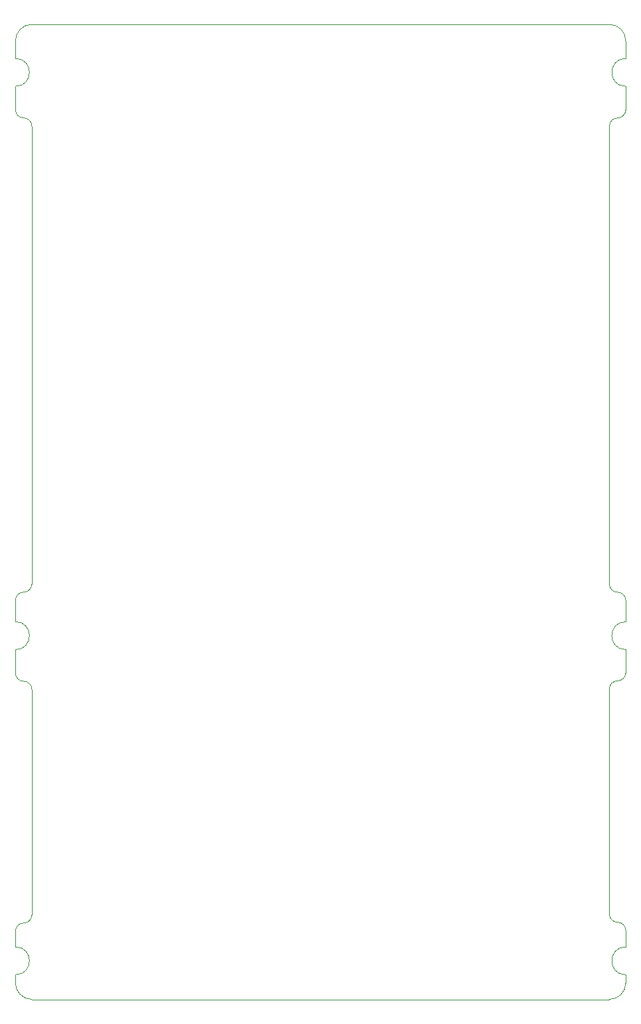
<source format=gbr>
G04 #@! TF.GenerationSoftware,KiCad,Pcbnew,(5.1.5)-3*
G04 #@! TF.CreationDate,2020-06-06T15:28:50+08:00*
G04 #@! TF.ProjectId,fpga_collector,66706761-5f63-46f6-9c6c-6563746f722e,rev?*
G04 #@! TF.SameCoordinates,PX2142678PY97284a0*
G04 #@! TF.FileFunction,Profile,NP*
%FSLAX46Y46*%
G04 Gerber Fmt 4.6, Leading zero omitted, Abs format (unit mm)*
G04 Created by KiCad (PCBNEW (5.1.5)-3) date 2020-06-06 15:28:50*
%MOMM*%
%LPD*%
G04 APERTURE LIST*
G04 #@! TA.AperFunction,Profile*
%ADD10C,0.050000*%
G04 #@! TD*
G04 APERTURE END LIST*
D10*
X125000Y3400000D02*
X125000Y2400000D01*
X74525000Y3400000D02*
X74525000Y2400000D01*
X125000Y111600000D02*
X125000Y108750000D01*
X125000Y115000000D02*
X125000Y115000000D01*
X125000Y46400000D02*
X125000Y49000000D01*
X125000Y6800000D02*
X125000Y8700000D01*
X125000Y114998528D02*
G75*
G02X125000Y111601472I0J-1698528D01*
G01*
X125000Y46398528D02*
G75*
G02X125000Y43001472I0J-1698528D01*
G01*
X125000Y6800000D02*
G75*
G02X125000Y3400000I0J-1700000D01*
G01*
X74525000Y111600000D02*
X74525000Y108750000D01*
X74525000Y111601472D02*
G75*
G02X74525000Y114998528I0J1698528D01*
G01*
X74525000Y6797056D02*
X74525000Y8800000D01*
X74525000Y3400000D02*
G75*
G02X74525000Y6797056I0J1698528D01*
G01*
X74525000Y46400000D02*
X74525000Y49000000D01*
X74525000Y43000000D02*
G75*
G02X74525000Y46397056I0J1698528D01*
G01*
X72525000Y51000000D02*
X72525000Y106750000D01*
X2125000Y38140000D02*
X2125000Y10700000D01*
X1125000Y39140000D02*
G75*
G02X125000Y40140000I0J1000000D01*
G01*
X1125000Y39140000D02*
G75*
G02X2125000Y38140000I0J-1000000D01*
G01*
X125000Y49000000D02*
G75*
G02X1125000Y50000000I1000000J0D01*
G01*
X125000Y40140000D02*
X125000Y43000000D01*
X2125000Y51000000D02*
G75*
G02X1125000Y50000000I-1000000J0D01*
G01*
X74525000Y40200000D02*
G75*
G02X73525000Y39200000I-1000000J0D01*
G01*
X72525000Y38200000D02*
G75*
G02X73525000Y39200000I1000000J0D01*
G01*
X73525000Y50000000D02*
G75*
G02X74525000Y49000000I0J-1000000D01*
G01*
X73525000Y50000000D02*
G75*
G02X72525000Y51000000I0J1000000D01*
G01*
X74525000Y40200000D02*
X74525000Y43000000D01*
X1125000Y107750000D02*
G75*
G02X2125000Y106750000I0J-1000000D01*
G01*
X1125000Y107750000D02*
G75*
G02X125000Y108750000I0J1000000D01*
G01*
X125000Y117150000D02*
X125000Y115000000D01*
X125000Y117150000D02*
G75*
G02X2125000Y119150000I2000000J0D01*
G01*
X72525000Y119150000D02*
G75*
G02X74525000Y117150000I0J-2000000D01*
G01*
X74525000Y117150000D02*
X74525000Y115000000D01*
X74525000Y108750000D02*
G75*
G02X73525000Y107750000I-1000000J0D01*
G01*
X72525000Y106750000D02*
G75*
G02X73525000Y107750000I1000000J0D01*
G01*
X125000Y8700000D02*
G75*
G02X1125000Y9700000I1000000J0D01*
G01*
X2125000Y10700000D02*
G75*
G02X1125000Y9700000I-1000000J0D01*
G01*
X2125000Y400000D02*
G75*
G02X125000Y2400000I0J2000000D01*
G01*
X74525000Y2400000D02*
G75*
G02X72525000Y400000I-2000000J0D01*
G01*
X73525000Y9800000D02*
G75*
G02X74525000Y8800000I0J-1000000D01*
G01*
X73525000Y9800000D02*
G75*
G02X72525000Y10800000I0J1000000D01*
G01*
X72525000Y119150000D02*
X2125000Y119150000D01*
X72525000Y10800000D02*
X72525000Y38200000D01*
X2125000Y400000D02*
X72525000Y400000D01*
X2125000Y106750000D02*
X2125000Y51000000D01*
M02*

</source>
